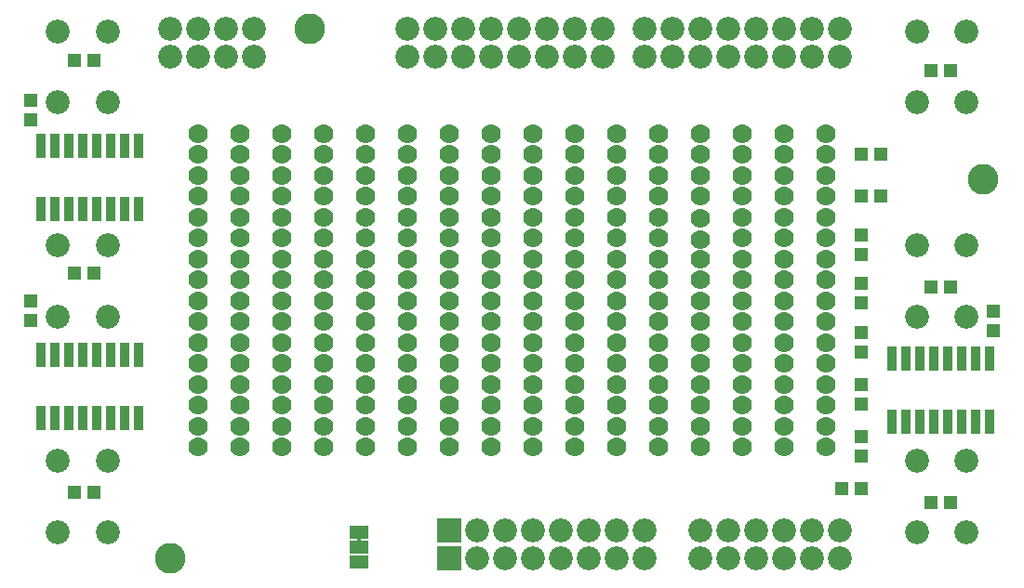
<source format=gbr>
G04 GERBER ASCII OUTPUT FROM: EDWINXP (VER. 1.61 REV. 20080315)*
G04 GERBER FORMAT: RX-274-X*
G04 BOARD: AMICUS_LED_SHIELD*
G04 ARTWORK OF SOLD.MASK POSITIVE*
%ASAXBY*%
%FSLAX23Y23*%
%MIA0B0*%
%MOIN*%
%OFA0.0000B0.0000*%
%SFA1B1*%
%IJA0B0*%
%INLAYER30POS*%
%IOA0B0*%
%IPPOS*%
%IR0*%
G04 APERTURE MACROS*
%AMEDWDONUT*
1,1,$1,$2,$3*
1,0,$4,$2,$3*
%
%AMEDWFRECT*
20,1,$1,$2,$3,$4,$5,$6*
%
%AMEDWORECT*
20,1,$1,$2,$3,$4,$5,$10*
20,1,$1,$4,$5,$6,$7,$10*
20,1,$1,$6,$7,$8,$9,$10*
20,1,$1,$8,$9,$2,$3,$10*
1,1,$1,$2,$3*
1,1,$1,$4,$5*
1,1,$1,$6,$7*
1,1,$1,$8,$9*
%
%AMEDWLINER*
20,1,$1,$2,$3,$4,$5,$6*
1,1,$1,$2,$3*
1,1,$1,$4,$5*
%
%AMEDWFTRNG*
4,1,3,$1,$2,$3,$4,$5,$6,$7,$8,$9*
%
%AMEDWATRNG*
4,1,3,$1,$2,$3,$4,$5,$6,$7,$8,$9*
20,1,$11,$1,$2,$3,$4,$10*
20,1,$11,$3,$4,$5,$6,$10*
20,1,$11,$5,$6,$7,$8,$10*
1,1,$11,$3,$4*
1,1,$11,$5,$6*
1,1,$11,$7,$8*
%
%AMEDWOTRNG*
20,1,$1,$2,$3,$4,$5,$8*
20,1,$1,$4,$5,$6,$7,$8*
20,1,$1,$6,$7,$2,$3,$8*
1,1,$1,$2,$3*
1,1,$1,$4,$5*
1,1,$1,$6,$7*
%
G04*
G04 APERTURE LIST*
%ADD10R,0.0860X0.0860*%
%ADD11R,0.1100X0.1100*%
%ADD12R,0.0700X0.0700*%
%ADD13R,0.0940X0.0940*%
%ADD14R,0.06693X0.04724*%
%ADD15R,0.09093X0.07124*%
%ADD16R,0.05906X0.03937*%
%ADD17R,0.08306X0.06337*%
%ADD18R,0.0460X0.0500*%
%ADD19R,0.0700X0.0740*%
%ADD20R,0.0400X0.0440*%
%ADD21R,0.0640X0.0680*%
%ADD22R,0.0500X0.0460*%
%ADD23R,0.0740X0.0700*%
%ADD24R,0.0440X0.0400*%
%ADD25R,0.0680X0.0640*%
%ADD26R,0.0350X0.0900*%
%ADD27R,0.0590X0.1140*%
%ADD28R,0.0250X0.0800*%
%ADD29R,0.0490X0.1040*%
%ADD30C,0.00039*%
%ADD32C,0.0010*%
%ADD34C,0.00118*%
%ADD36C,0.0020*%
%ADD37R,0.0020X0.0020*%
%ADD38C,0.00295*%
%ADD39R,0.00295X0.00295*%
%ADD40C,0.0030*%
%ADD41R,0.0030X0.0030*%
%ADD42C,0.0040*%
%ADD43R,0.0040X0.0040*%
%ADD44C,0.00412*%
%ADD45R,0.00412X0.00412*%
%ADD46C,0.00468*%
%ADD47R,0.00468X0.00468*%
%ADD48C,0.00472*%
%ADD50C,0.0050*%
%ADD51R,0.0050X0.0050*%
%ADD52C,0.00512*%
%ADD53R,0.00512X0.00512*%
%ADD54C,0.00529*%
%ADD55R,0.00529X0.00529*%
%ADD56C,0.00591*%
%ADD57R,0.00591X0.00591*%
%ADD58C,0.00647*%
%ADD59R,0.00647X0.00647*%
%ADD60C,0.00659*%
%ADD61R,0.00659X0.00659*%
%ADD62C,0.00702*%
%ADD63R,0.00702X0.00702*%
%ADD64C,0.00706*%
%ADD65R,0.00706X0.00706*%
%ADD66C,0.0076*%
%ADD67R,0.0076X0.0076*%
%ADD68C,0.00787*%
%ADD69R,0.00787X0.00787*%
%ADD70C,0.00799*%
%ADD72C,0.0080*%
%ADD74C,0.00866*%
%ADD76C,0.00935*%
%ADD77R,0.00935X0.00935*%
%ADD78C,0.00984*%
%ADD79R,0.00984X0.00984*%
%ADD80C,0.00993*%
%ADD81R,0.00993X0.00993*%
%ADD82C,0.0100*%
%ADD83R,0.0100X0.0100*%
%ADD84C,0.01052*%
%ADD85R,0.01052X0.01052*%
%ADD86C,0.0111*%
%ADD87R,0.0111X0.0111*%
%ADD88C,0.01111*%
%ADD89R,0.01111X0.01111*%
%ADD90C,0.01169*%
%ADD91R,0.01169X0.01169*%
%ADD92C,0.01181*%
%ADD94C,0.0120*%
%ADD96C,0.0130*%
%ADD98C,0.01344*%
%ADD99R,0.01344X0.01344*%
%ADD100C,0.01345*%
%ADD101R,0.01345X0.01345*%
%ADD102C,0.01348*%
%ADD103R,0.01348X0.01348*%
%ADD104C,0.01403*%
%ADD105R,0.01403X0.01403*%
%ADD106C,0.01462*%
%ADD107R,0.01462X0.01462*%
%ADD108C,0.0150*%
%ADD109R,0.0150X0.0150*%
%ADD110C,0.01519*%
%ADD111R,0.01519X0.01519*%
%ADD112C,0.01575*%
%ADD114C,0.01579*%
%ADD115R,0.01579X0.01579*%
%ADD116C,0.0160*%
%ADD118C,0.01694*%
%ADD119R,0.01694X0.01694*%
%ADD120C,0.01699*%
%ADD121R,0.01699X0.01699*%
%ADD122C,0.01753*%
%ADD123R,0.01753X0.01753*%
%ADD124C,0.01754*%
%ADD125R,0.01754X0.01754*%
%ADD126C,0.0187*%
%ADD127R,0.0187X0.0187*%
%ADD128C,0.01871*%
%ADD129R,0.01871X0.01871*%
%ADD130C,0.01929*%
%ADD131R,0.01929X0.01929*%
%ADD132C,0.01969*%
%ADD133R,0.01969X0.01969*%
%ADD134C,0.02103*%
%ADD135R,0.02103X0.02103*%
%ADD136C,0.02105*%
%ADD137R,0.02105X0.02105*%
%ADD138C,0.02162*%
%ADD139R,0.02162X0.02162*%
%ADD140C,0.02163*%
%ADD141R,0.02163X0.02163*%
%ADD142C,0.02222*%
%ADD143R,0.02222X0.02222*%
%ADD144C,0.0228*%
%ADD145R,0.0228X0.0228*%
%ADD146C,0.02339*%
%ADD147R,0.02339X0.02339*%
%ADD148C,0.02362*%
%ADD149R,0.02362X0.02362*%
%ADD150C,0.0240*%
%ADD151R,0.0240X0.0240*%
%ADD152C,0.0240*%
%ADD153R,0.0240X0.0240*%
%ADD154C,0.02456*%
%ADD155R,0.02456X0.02456*%
%ADD156C,0.0250*%
%ADD157R,0.0250X0.0250*%
%ADD158C,0.02571*%
%ADD159R,0.02571X0.02571*%
%ADD160C,0.02688*%
%ADD161R,0.02688X0.02688*%
%ADD162C,0.02804*%
%ADD163R,0.02804X0.02804*%
%ADD164C,0.02868*%
%ADD165R,0.02868X0.02868*%
%ADD166C,0.0290*%
%ADD168C,0.02921*%
%ADD169R,0.02921X0.02921*%
%ADD170C,0.02991*%
%ADD171R,0.02991X0.02991*%
%ADD172C,0.0300*%
%ADD173R,0.0300X0.0300*%
%ADD174C,0.03038*%
%ADD175R,0.03038X0.03038*%
%ADD176C,0.03059*%
%ADD177R,0.03059X0.03059*%
%ADD178C,0.03102*%
%ADD179R,0.03102X0.03102*%
%ADD180C,0.03155*%
%ADD181R,0.03155X0.03155*%
%ADD182C,0.0316*%
%ADD183R,0.0316X0.0316*%
%ADD184C,0.03187*%
%ADD185R,0.03187X0.03187*%
%ADD186C,0.03199*%
%ADD187R,0.03199X0.03199*%
%ADD188C,0.0320*%
%ADD189R,0.0320X0.0320*%
%ADD190C,0.03266*%
%ADD192C,0.03272*%
%ADD193R,0.03272X0.03272*%
%ADD194C,0.0333*%
%ADD195R,0.0333X0.0333*%
%ADD196C,0.03335*%
%ADD197R,0.03335X0.03335*%
%ADD198C,0.03384*%
%ADD199R,0.03384X0.03384*%
%ADD200C,0.03391*%
%ADD201R,0.03391X0.03391*%
%ADD202C,0.03393*%
%ADD203R,0.03393X0.03393*%
%ADD204C,0.03452*%
%ADD205R,0.03452X0.03452*%
%ADD206C,0.0350*%
%ADD207R,0.0350X0.0350*%
%ADD208C,0.03506*%
%ADD209R,0.03506X0.03506*%
%ADD210C,0.0351*%
%ADD211R,0.0351X0.0351*%
%ADD212C,0.03511*%
%ADD213R,0.03511X0.03511*%
%ADD214C,0.03569*%
%ADD215R,0.03569X0.03569*%
%ADD216C,0.03581*%
%ADD218C,0.0360*%
%ADD220C,0.0370*%
%ADD222C,0.03739*%
%ADD223R,0.03739X0.03739*%
%ADD224C,0.03744*%
%ADD225R,0.03744X0.03744*%
%ADD226C,0.03745*%
%ADD227R,0.03745X0.03745*%
%ADD228C,0.03803*%
%ADD229R,0.03803X0.03803*%
%ADD230C,0.03862*%
%ADD231R,0.03862X0.03862*%
%ADD232C,0.0390*%
%ADD233R,0.0390X0.0390*%
%ADD234C,0.03919*%
%ADD235R,0.03919X0.03919*%
%ADD236C,0.03937*%
%ADD237R,0.03937X0.03937*%
%ADD238C,0.03973*%
%ADD239R,0.03973X0.03973*%
%ADD240C,0.03975*%
%ADD242C,0.03979*%
%ADD243R,0.03979X0.03979*%
%ADD244C,0.0400*%
%ADD245R,0.0400X0.0400*%
%ADD246C,0.0409*%
%ADD247R,0.0409X0.0409*%
%ADD248C,0.04094*%
%ADD249R,0.04094X0.04094*%
%ADD250C,0.04153*%
%ADD251R,0.04153X0.04153*%
%ADD252C,0.04154*%
%ADD253R,0.04154X0.04154*%
%ADD254C,0.04173*%
%ADD255R,0.04173X0.04173*%
%ADD256C,0.04209*%
%ADD257R,0.04209X0.04209*%
%ADD258C,0.0427*%
%ADD259R,0.0427X0.0427*%
%ADD260C,0.04271*%
%ADD261R,0.04271X0.04271*%
%ADD262C,0.04329*%
%ADD263R,0.04329X0.04329*%
%ADD264C,0.04385*%
%ADD265R,0.04385X0.04385*%
%ADD266C,0.0444*%
%ADD267R,0.0444X0.0444*%
%ADD268C,0.0450*%
%ADD269R,0.0450X0.0450*%
%ADD270C,0.04503*%
%ADD271R,0.04503X0.04503*%
%ADD272C,0.04505*%
%ADD273R,0.04505X0.04505*%
%ADD274C,0.04562*%
%ADD275R,0.04562X0.04562*%
%ADD276C,0.04563*%
%ADD277R,0.04563X0.04563*%
%ADD278C,0.04622*%
%ADD279R,0.04622X0.04622*%
%ADD280C,0.0468*%
%ADD281R,0.0468X0.0468*%
%ADD282C,0.0470*%
%ADD283R,0.0470X0.0470*%
%ADD284C,0.04739*%
%ADD285R,0.04739X0.04739*%
%ADD286C,0.04762*%
%ADD287R,0.04762X0.04762*%
%ADD288C,0.04856*%
%ADD289R,0.04856X0.04856*%
%ADD290C,0.0490*%
%ADD291R,0.0490X0.0490*%
%ADD292C,0.04908*%
%ADD293R,0.04908X0.04908*%
%ADD294C,0.04971*%
%ADD295R,0.04971X0.04971*%
%ADD296C,0.0500*%
%ADD297R,0.0500X0.0500*%
%ADD298C,0.05025*%
%ADD299R,0.05025X0.05025*%
%ADD300C,0.05088*%
%ADD301R,0.05088X0.05088*%
%ADD302C,0.05118*%
%ADD303R,0.05118X0.05118*%
%ADD304C,0.05141*%
%ADD305R,0.05141X0.05141*%
%ADD306C,0.05145*%
%ADD307R,0.05145X0.05145*%
%ADD308C,0.05204*%
%ADD309R,0.05204X0.05204*%
%ADD310C,0.05258*%
%ADD311R,0.05258X0.05258*%
%ADD312C,0.05321*%
%ADD313R,0.05321X0.05321*%
%ADD314C,0.05375*%
%ADD315R,0.05375X0.05375*%
%ADD316C,0.05438*%
%ADD317R,0.05438X0.05438*%
%ADD318C,0.0550*%
%ADD319R,0.0550X0.0550*%
%ADD320C,0.05555*%
%ADD321R,0.05555X0.05555*%
%ADD322C,0.0560*%
%ADD323R,0.0560X0.0560*%
%ADD324C,0.05613*%
%ADD325R,0.05613X0.05613*%
%ADD326C,0.05672*%
%ADD327R,0.05672X0.05672*%
%ADD328C,0.0570*%
%ADD329R,0.0570X0.0570*%
%ADD330C,0.05726*%
%ADD331R,0.05726X0.05726*%
%ADD332C,0.0573*%
%ADD333R,0.0573X0.0573*%
%ADD334C,0.05788*%
%ADD335R,0.05788X0.05788*%
%ADD336C,0.05791*%
%ADD337R,0.05791X0.05791*%
%ADD338C,0.05846*%
%ADD339R,0.05846X0.05846*%
%ADD340C,0.0590*%
%ADD341R,0.0590X0.0590*%
%ADD342C,0.05905*%
%ADD343R,0.05905X0.05905*%
%ADD344C,0.05906*%
%ADD345R,0.05906X0.05906*%
%ADD346C,0.0600*%
%ADD347R,0.0600X0.0600*%
%ADD348C,0.06139*%
%ADD349R,0.06139X0.06139*%
%ADD350C,0.0620*%
%ADD351R,0.0620X0.0620*%
%ADD352C,0.06201*%
%ADD353R,0.06201X0.06201*%
%ADD354C,0.06373*%
%ADD355R,0.06373X0.06373*%
%ADD356C,0.06485*%
%ADD357R,0.06485X0.06485*%
%ADD358C,0.0649*%
%ADD359R,0.0649X0.0649*%
%ADD360C,0.0650*%
%ADD361R,0.0650X0.0650*%
%ADD362C,0.06609*%
%ADD363R,0.06609X0.06609*%
%ADD364C,0.06693*%
%ADD365R,0.06693X0.06693*%
%ADD366C,0.06785*%
%ADD367R,0.06785X0.06785*%
%ADD368C,0.0684*%
%ADD369R,0.0684X0.0684*%
%ADD370C,0.0690*%
%ADD371R,0.0690X0.0690*%
%ADD372C,0.06906*%
%ADD373R,0.06906X0.06906*%
%ADD374C,0.06953*%
%ADD375R,0.06953X0.06953*%
%ADD376C,0.0700*%
%ADD377R,0.0700X0.0700*%
%ADD378C,0.0710*%
%ADD379R,0.0710X0.0710*%
%ADD380C,0.07308*%
%ADD381R,0.07308X0.07308*%
%ADD382C,0.0740*%
%ADD383R,0.0740X0.0740*%
%ADD384C,0.07425*%
%ADD385R,0.07425X0.07425*%
%ADD386C,0.0750*%
%ADD387R,0.0750X0.0750*%
%ADD388C,0.07541*%
%ADD389R,0.07541X0.07541*%
%ADD390C,0.07545*%
%ADD391R,0.07545X0.07545*%
%ADD392C,0.07598*%
%ADD394C,0.0760*%
%ADD396C,0.07658*%
%ADD397R,0.07658X0.07658*%
%ADD398C,0.07775*%
%ADD399R,0.07775X0.07775*%
%ADD400C,0.07874*%
%ADD402C,0.0790*%
%ADD403R,0.0790X0.0790*%
%ADD404C,0.0800*%
%ADD405R,0.0800X0.0800*%
%ADD406C,0.08013*%
%ADD407R,0.08013X0.08013*%
%ADD408C,0.0810*%
%ADD409R,0.0810X0.0810*%
%ADD410C,0.08126*%
%ADD411R,0.08126X0.08126*%
%ADD412C,0.08188*%
%ADD413R,0.08188X0.08188*%
%ADD414C,0.08246*%
%ADD415R,0.08246X0.08246*%
%ADD416C,0.08296*%
%ADD417R,0.08296X0.08296*%
%ADD418C,0.08305*%
%ADD419R,0.08305X0.08305*%
%ADD420C,0.08306*%
%ADD421R,0.08306X0.08306*%
%ADD422C,0.0840*%
%ADD423R,0.0840X0.0840*%
%ADD424C,0.08598*%
%ADD426C,0.0860*%
%ADD427R,0.0860X0.0860*%
%ADD428C,0.08601*%
%ADD429R,0.08601X0.08601*%
%ADD430C,0.0870*%
%ADD431R,0.0870X0.0870*%
%ADD432C,0.08828*%
%ADD433R,0.08828X0.08828*%
%ADD434C,0.08885*%
%ADD435R,0.08885X0.08885*%
%ADD436C,0.0890*%
%ADD437R,0.0890X0.0890*%
%ADD438C,0.0900*%
%ADD439R,0.0900X0.0900*%
%ADD440C,0.09062*%
%ADD441R,0.09062X0.09062*%
%ADD442C,0.09093*%
%ADD443R,0.09093X0.09093*%
%ADD444C,0.09237*%
%ADD445R,0.09237X0.09237*%
%ADD446C,0.09353*%
%ADD447R,0.09353X0.09353*%
%ADD448C,0.0940*%
%ADD449R,0.0940X0.0940*%
%ADD450C,0.0970*%
%ADD451R,0.0970X0.0970*%
%ADD452C,0.09705*%
%ADD453R,0.09705X0.09705*%
%ADD454C,0.09843*%
%ADD455R,0.09843X0.09843*%
%ADD456C,0.0990*%
%ADD457R,0.0990X0.0990*%
%ADD458C,0.09998*%
%ADD460C,0.1000*%
%ADD461R,0.1000X0.1000*%
%ADD462C,0.10274*%
%ADD464C,0.1040*%
%ADD465R,0.1040X0.1040*%
%ADD466C,0.10465*%
%ADD467R,0.10465X0.10465*%
%ADD468C,0.10696*%
%ADD469R,0.10696X0.10696*%
%ADD470C,0.10998*%
%ADD472C,0.1100*%
%ADD473R,0.1100X0.1100*%
%ADD474C,0.1110*%
%ADD475R,0.1110X0.1110*%
%ADD476C,0.1120*%
%ADD477R,0.1120X0.1120*%
%ADD478C,0.11228*%
%ADD479R,0.11228X0.11228*%
%ADD480C,0.1140*%
%ADD481R,0.1140X0.1140*%
%ADD482C,0.11462*%
%ADD483R,0.11462X0.11462*%
%ADD484C,0.1150*%
%ADD485R,0.1150X0.1150*%
%ADD486C,0.11637*%
%ADD487R,0.11637X0.11637*%
%ADD488C,0.1200*%
%ADD489R,0.1200X0.1200*%
%ADD490C,0.1210*%
%ADD491R,0.1210X0.1210*%
%ADD492C,0.12105*%
%ADD493R,0.12105X0.12105*%
%ADD494C,0.1240*%
%ADD495R,0.1240X0.1240*%
%ADD496C,0.1250*%
%ADD497R,0.1250X0.1250*%
%ADD498C,0.12865*%
%ADD499R,0.12865X0.12865*%
%ADD500C,0.12992*%
%ADD501R,0.12992X0.12992*%
%ADD502C,0.1300*%
%ADD503R,0.1300X0.1300*%
%ADD504C,0.13204*%
%ADD505R,0.13204X0.13204*%
%ADD506C,0.1340*%
%ADD507R,0.1340X0.1340*%
%ADD508C,0.13798*%
%ADD509R,0.13798X0.13798*%
%ADD510C,0.1390*%
%ADD511R,0.1390X0.1390*%
%ADD512C,0.1420*%
%ADD513R,0.1420X0.1420*%
%ADD514C,0.1440*%
%ADD515R,0.1440X0.1440*%
%ADD516C,0.1490*%
%ADD517R,0.1490X0.1490*%
%ADD518C,0.1520*%
%ADD519R,0.1520X0.1520*%
%ADD520C,0.15374*%
%ADD521R,0.15374X0.15374*%
%ADD522C,0.1540*%
%ADD523R,0.1540X0.1540*%
%ADD524C,0.15604*%
%ADD525R,0.15604X0.15604*%
%ADD526C,0.16198*%
%ADD527R,0.16198X0.16198*%
%ADD528C,0.1660*%
%ADD529R,0.1660X0.1660*%
%ADD530C,0.17323*%
%ADD532C,0.1760*%
%ADD533R,0.1760X0.1760*%
%ADD534C,0.17774*%
%ADD535R,0.17774X0.17774*%
%ADD536C,0.18504*%
%ADD538C,0.18898*%
%ADD540C,0.20904*%
%ADD542C,0.2126*%
%ADD544C,0.21298*%
%ADD546C,0.22217*%
%ADD547R,0.22217X0.22217*%
%ADD548C,0.22835*%
%ADD551R,0.23622X0.23622*%
%ADD553R,0.24617X0.24617*%
%ADD555R,0.24937X0.24937*%
%ADD557R,0.25257X0.25257*%
%ADD559R,0.26022X0.26022*%
%ADD561R,0.27337X0.27337*%
%ADD563R,0.27657X0.27657*%
%ADD565R,0.31496X0.31496*%
%ADD567R,0.32811X0.32811*%
%ADD569R,0.33266X0.33266*%
%ADD571R,0.33896X0.33896*%
%ADD573R,0.35211X0.35211*%
%ADD575R,0.35666X0.35666*%
%ADD577R,0.36574X0.36574*%
%ADD579R,0.38974X0.38974*%
%ADD581R,1.90361X1.90361*%
%ADD583R,1.92761X1.92761*%
G04*
D376*
X1113Y575D02*D03*
X1113Y501D02*D03*
X1113Y725D02*D03*
X1113Y651D02*D03*
X1113Y875D02*D03*
X1113Y801D02*D03*
X1113Y1025D02*D03*
X1113Y951D02*D03*
X1113Y1175D02*D03*
X1113Y1101D02*D03*
D426*
X2263Y2000D02*D03*
X2363Y2000D02*D03*
X2463Y2000D02*D03*
X2563Y2000D02*D03*
X2663Y2000D02*D03*
X2763Y2000D02*D03*
X2863Y2000D02*D03*
X2963Y2000D02*D03*
X1763Y100D02*D03*
X1863Y100D02*D03*
X1963Y100D02*D03*
X2063Y100D02*D03*
X2163Y100D02*D03*
X2263Y100D02*D03*
X1413Y2000D02*D03*
X1513Y2000D02*D03*
X1613Y2000D02*D03*
X1713Y2000D02*D03*
X1813Y2000D02*D03*
X1913Y2000D02*D03*
X2013Y2000D02*D03*
X2113Y2000D02*D03*
X2463Y100D02*D03*
X2563Y100D02*D03*
X2663Y100D02*D03*
X2763Y100D02*D03*
X2863Y100D02*D03*
X2963Y100D02*D03*
D10* 
X1563Y200D02*D03*
D426*
X1663Y200D02*D03*
X1763Y200D02*D03*
X1863Y200D02*D03*
X1963Y200D02*D03*
X2063Y200D02*D03*
X2163Y200D02*D03*
X2263Y200D02*D03*
X563Y1900D02*D03*
X663Y1900D02*D03*
X763Y1900D02*D03*
X863Y1900D02*D03*
X2463Y200D02*D03*
X2563Y200D02*D03*
X2663Y200D02*D03*
X2763Y200D02*D03*
X2863Y200D02*D03*
X2963Y200D02*D03*
X1413Y1900D02*D03*
X1513Y1900D02*D03*
X1613Y1900D02*D03*
X1713Y1900D02*D03*
X1813Y1900D02*D03*
X1913Y1900D02*D03*
X2013Y1900D02*D03*
X2113Y1900D02*D03*
X2263Y1900D02*D03*
X2363Y1900D02*D03*
X2463Y1900D02*D03*
X2563Y1900D02*D03*
X2663Y1900D02*D03*
X2763Y1900D02*D03*
X2863Y1900D02*D03*
X2963Y1900D02*D03*
D376*
X1113Y1625D02*D03*
X1113Y1551D02*D03*
X1263Y575D02*D03*
X1263Y501D02*D03*
X1263Y725D02*D03*
X1263Y651D02*D03*
X1263Y875D02*D03*
X1263Y801D02*D03*
X1263Y1025D02*D03*
X1263Y951D02*D03*
X1263Y1175D02*D03*
X1263Y1101D02*D03*
X963Y575D02*D03*
X963Y501D02*D03*
X963Y725D02*D03*
X963Y651D02*D03*
X963Y875D02*D03*
X963Y801D02*D03*
X963Y1025D02*D03*
X963Y951D02*D03*
X963Y1175D02*D03*
X963Y1101D02*D03*
X963Y1325D02*D03*
X963Y1251D02*D03*
X963Y1475D02*D03*
X963Y1401D02*D03*
X963Y1625D02*D03*
X963Y1551D02*D03*
D424*
X338Y1993D02*D03*
X160Y1993D02*D03*
X160Y1738D02*D03*
X338Y1738D02*D03*
D14* 
X1238Y88D02*D03*
X1238Y142D02*D03*
X1238Y196D02*D03*
D18* 
X63Y1675D02*D03*
X63Y1745D02*D03*
D376*
X1563Y875D02*D03*
X1563Y801D02*D03*
X1563Y1025D02*D03*
X1563Y951D02*D03*
X1563Y1175D02*D03*
X1563Y1101D02*D03*
X1563Y1325D02*D03*
X1563Y1251D02*D03*
X1563Y1475D02*D03*
X1563Y1401D02*D03*
X1563Y1625D02*D03*
X1563Y1551D02*D03*
X1413Y575D02*D03*
X1413Y501D02*D03*
X1413Y725D02*D03*
X1413Y651D02*D03*
X1413Y875D02*D03*
X1413Y801D02*D03*
X1263Y1325D02*D03*
X1263Y1251D02*D03*
X1263Y1475D02*D03*
X1263Y1401D02*D03*
X1263Y1625D02*D03*
X1263Y1551D02*D03*
X1113Y1325D02*D03*
X1113Y1251D02*D03*
X1113Y1475D02*D03*
X1113Y1401D02*D03*
D426*
X563Y2000D02*D03*
X663Y2000D02*D03*
X763Y2000D02*D03*
X863Y2000D02*D03*
D22* 
X3108Y1550D02*D03*
X3038Y1550D02*D03*
D376*
X1713Y1625D02*D03*
X1713Y1551D02*D03*
X1863Y575D02*D03*
X1863Y501D02*D03*
X1863Y725D02*D03*
X1863Y651D02*D03*
X1863Y875D02*D03*
X1863Y801D02*D03*
X1863Y1025D02*D03*
X1863Y951D02*D03*
X1863Y1175D02*D03*
X1863Y1101D02*D03*
X1863Y1325D02*D03*
X1863Y1251D02*D03*
X1863Y1475D02*D03*
X1863Y1401D02*D03*
X1863Y1625D02*D03*
X1863Y1551D02*D03*
X1413Y1025D02*D03*
X1413Y951D02*D03*
X1413Y1175D02*D03*
X1413Y1101D02*D03*
X1413Y1325D02*D03*
X1413Y1251D02*D03*
X1413Y1475D02*D03*
X1413Y1401D02*D03*
X1413Y1625D02*D03*
X1413Y1551D02*D03*
X1563Y575D02*D03*
X1563Y501D02*D03*
X1563Y725D02*D03*
X1563Y651D02*D03*
X2013Y1625D02*D03*
X2013Y1551D02*D03*
X2163Y575D02*D03*
X2163Y501D02*D03*
X2163Y725D02*D03*
X2163Y651D02*D03*
X2163Y875D02*D03*
X2163Y801D02*D03*
X2163Y1025D02*D03*
X2163Y951D02*D03*
X2163Y1175D02*D03*
X2163Y1101D02*D03*
X2163Y1325D02*D03*
X2163Y1251D02*D03*
X2163Y1475D02*D03*
X2163Y1401D02*D03*
X2163Y1625D02*D03*
X2163Y1551D02*D03*
X1713Y575D02*D03*
X1713Y501D02*D03*
X1713Y725D02*D03*
X1713Y651D02*D03*
X1713Y875D02*D03*
X1713Y801D02*D03*
X1713Y1025D02*D03*
X1713Y951D02*D03*
X1713Y1175D02*D03*
X1713Y1101D02*D03*
X1713Y1325D02*D03*
X1713Y1251D02*D03*
X1713Y1475D02*D03*
X1713Y1401D02*D03*
X2313Y1625D02*D03*
X2313Y1551D02*D03*
X2463Y575D02*D03*
X2463Y501D02*D03*
X2463Y725D02*D03*
X2463Y651D02*D03*
X2463Y875D02*D03*
X2463Y801D02*D03*
X2463Y1025D02*D03*
X2463Y951D02*D03*
X2463Y1175D02*D03*
X2463Y1101D02*D03*
X2461Y1320D02*D03*
X2461Y1246D02*D03*
X2463Y1475D02*D03*
X2463Y1401D02*D03*
X2463Y1625D02*D03*
X2463Y1551D02*D03*
X2013Y575D02*D03*
X2013Y501D02*D03*
X2013Y725D02*D03*
X2013Y651D02*D03*
X2013Y875D02*D03*
X2013Y801D02*D03*
X2013Y1025D02*D03*
X2013Y951D02*D03*
X2013Y1175D02*D03*
X2013Y1101D02*D03*
X2013Y1325D02*D03*
X2013Y1251D02*D03*
X2013Y1475D02*D03*
X2013Y1401D02*D03*
X2613Y1625D02*D03*
X2613Y1551D02*D03*
X2763Y575D02*D03*
X2763Y501D02*D03*
X2763Y725D02*D03*
X2763Y651D02*D03*
X2763Y875D02*D03*
X2763Y801D02*D03*
X2763Y1025D02*D03*
X2763Y951D02*D03*
X2763Y1175D02*D03*
X2763Y1101D02*D03*
X2763Y1325D02*D03*
X2763Y1251D02*D03*
X2763Y1475D02*D03*
X2763Y1401D02*D03*
X2763Y1625D02*D03*
X2763Y1551D02*D03*
X2313Y575D02*D03*
X2313Y501D02*D03*
X2313Y725D02*D03*
X2313Y651D02*D03*
X2313Y875D02*D03*
X2313Y801D02*D03*
X2313Y1025D02*D03*
X2313Y951D02*D03*
X2313Y1175D02*D03*
X2313Y1101D02*D03*
X2313Y1325D02*D03*
X2313Y1251D02*D03*
X2313Y1475D02*D03*
X2313Y1401D02*D03*
X2913Y1625D02*D03*
X2913Y1551D02*D03*
X813Y575D02*D03*
X813Y501D02*D03*
X813Y725D02*D03*
X813Y651D02*D03*
X813Y875D02*D03*
X813Y801D02*D03*
X813Y1025D02*D03*
X813Y951D02*D03*
X813Y1175D02*D03*
X813Y1101D02*D03*
X813Y1325D02*D03*
X813Y1251D02*D03*
X813Y1475D02*D03*
X813Y1401D02*D03*
X813Y1625D02*D03*
X813Y1551D02*D03*
X2613Y575D02*D03*
X2613Y501D02*D03*
X2613Y725D02*D03*
X2613Y651D02*D03*
X2613Y875D02*D03*
X2613Y801D02*D03*
X2613Y1025D02*D03*
X2613Y951D02*D03*
X2613Y1175D02*D03*
X2613Y1101D02*D03*
X2613Y1325D02*D03*
X2613Y1251D02*D03*
X2613Y1475D02*D03*
X2613Y1401D02*D03*
D424*
X338Y1225D02*D03*
X160Y1225D02*D03*
X160Y969D02*D03*
X338Y969D02*D03*
D376*
X663Y575D02*D03*
X663Y501D02*D03*
X663Y725D02*D03*
X663Y651D02*D03*
X663Y875D02*D03*
X663Y801D02*D03*
X663Y1025D02*D03*
X663Y951D02*D03*
X663Y1175D02*D03*
X663Y1101D02*D03*
X663Y1325D02*D03*
X663Y1251D02*D03*
X663Y1475D02*D03*
X663Y1401D02*D03*
X663Y1625D02*D03*
X663Y1551D02*D03*
X2913Y575D02*D03*
X2913Y501D02*D03*
X2913Y725D02*D03*
X2913Y651D02*D03*
X2913Y875D02*D03*
X2913Y801D02*D03*
X2913Y1025D02*D03*
X2913Y951D02*D03*
X2913Y1175D02*D03*
X2913Y1101D02*D03*
X2913Y1325D02*D03*
X2913Y1251D02*D03*
X2913Y1475D02*D03*
X2913Y1401D02*D03*
D10* 
X1563Y100D02*D03*
D426*
X1663Y100D02*D03*
D472*
X563Y100D02*D03*
X1063Y2000D02*D03*
D18* 
X63Y955D02*D03*
X63Y1025D02*D03*
X3513Y918D02*D03*
X3513Y988D02*D03*
D26* 
X3500Y593D02*D03*
X3450Y593D02*D03*
X3400Y593D02*D03*
X3350Y593D02*D03*
X3300Y593D02*D03*
X3250Y593D02*D03*
X3200Y593D02*D03*
X3150Y593D02*D03*
X3150Y818D02*D03*
X3200Y818D02*D03*
X3250Y818D02*D03*
X3300Y818D02*D03*
X3350Y818D02*D03*
X3400Y818D02*D03*
X3450Y818D02*D03*
X3500Y818D02*D03*
X450Y605D02*D03*
X400Y605D02*D03*
X350Y605D02*D03*
X300Y605D02*D03*
X250Y605D02*D03*
X200Y605D02*D03*
X150Y605D02*D03*
X100Y605D02*D03*
X100Y830D02*D03*
X150Y830D02*D03*
X200Y830D02*D03*
X250Y830D02*D03*
X300Y830D02*D03*
X350Y830D02*D03*
X400Y830D02*D03*
X450Y830D02*D03*
X450Y1355D02*D03*
X400Y1355D02*D03*
X350Y1355D02*D03*
X300Y1355D02*D03*
X250Y1355D02*D03*
X200Y1355D02*D03*
X150Y1355D02*D03*
X100Y1355D02*D03*
X100Y1580D02*D03*
X150Y1580D02*D03*
X200Y1580D02*D03*
X250Y1580D02*D03*
X300Y1580D02*D03*
X350Y1580D02*D03*
X400Y1580D02*D03*
X450Y1580D02*D03*
D424*
X3238Y1738D02*D03*
X3415Y1738D02*D03*
X3415Y1993D02*D03*
X3238Y1993D02*D03*
X3238Y969D02*D03*
X3415Y969D02*D03*
X3415Y1225D02*D03*
X3238Y1225D02*D03*
X3238Y194D02*D03*
X3415Y194D02*D03*
X3415Y450D02*D03*
X3238Y450D02*D03*
X338Y450D02*D03*
X160Y450D02*D03*
X160Y194D02*D03*
X338Y194D02*D03*
D22* 
X3108Y1400D02*D03*
X3038Y1400D02*D03*
D18* 
X3038Y1193D02*D03*
X3038Y1263D02*D03*
X3038Y1018D02*D03*
X3038Y1088D02*D03*
X3038Y843D02*D03*
X3038Y913D02*D03*
X3038Y655D02*D03*
X3038Y725D02*D03*
X3038Y468D02*D03*
X3038Y538D02*D03*
D22* 
X3038Y350D02*D03*
X2968Y350D02*D03*
X3288Y1850D02*D03*
X3358Y1850D02*D03*
X3288Y1075D02*D03*
X3358Y1075D02*D03*
X3288Y300D02*D03*
X3358Y300D02*D03*
X288Y338D02*D03*
X218Y338D02*D03*
X288Y1125D02*D03*
X218Y1125D02*D03*
X288Y1888D02*D03*
X218Y1888D02*D03*
D472*
X3475Y1463D02*D03*
D96* 
X1238Y138D02*
X1238Y188D01*
M02*

</source>
